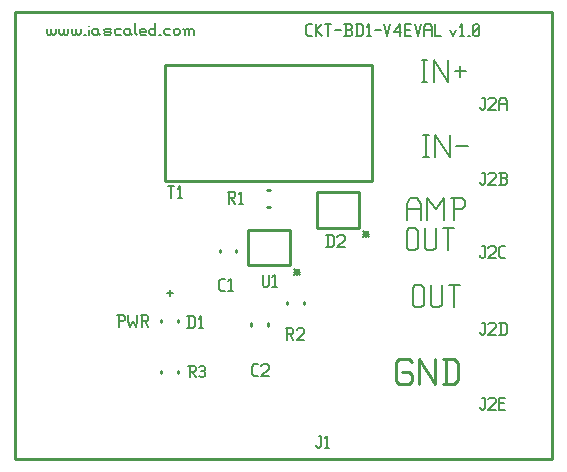
<source format=gbr>
G04 start of page 8 for group -4079 idx -4079 *
G04 Title: (unknown), topsilk *
G04 Creator: pcb 4.0.2 *
G04 CreationDate: Mon Aug 16 01:28:39 2021 UTC *
G04 For: ndholmes *
G04 Format: Gerber/RS-274X *
G04 PCB-Dimensions (mil): 1800.00 1500.00 *
G04 PCB-Coordinate-Origin: lower left *
%MOIN*%
%FSLAX25Y25*%
%LNTOPSILK*%
%ADD40C,0.0084*%
%ADD39C,0.0080*%
%ADD38C,0.0100*%
G54D38*X179500Y500D02*X500D01*
Y149500D01*
X179500D01*
Y500D01*
G54D39*X116500Y76500D02*X118500Y74500D01*
X116500D02*X118500Y76500D01*
X116500Y75500D02*X118500D01*
X117500Y76500D02*Y74500D01*
X93500Y64000D02*X95500Y62000D01*
X93500D02*X95500Y64000D01*
X93500Y63000D02*X95500D01*
X94500Y64000D02*Y62000D01*
X136500Y108620D02*X138380D01*
X137440D02*Y101100D01*
X136500D02*X138380D01*
X140636Y108620D02*Y101100D01*
Y108620D02*X145336Y101100D01*
Y108620D02*Y101100D01*
X147592Y104860D02*X151352D01*
X131000Y85740D02*Y80100D01*
Y85740D02*X132316Y87620D01*
X134384D01*
X135700Y85740D01*
Y80100D01*
X131000Y83860D02*X135700D01*
X137956Y87620D02*Y80100D01*
Y87620D02*X140776Y83860D01*
X143596Y87620D01*
Y80100D01*
X146792Y87620D02*Y80100D01*
X145852Y87620D02*X149612D01*
X150552Y86680D01*
Y84800D01*
X149612Y83860D02*X150552Y84800D01*
X146792Y83860D02*X149612D01*
X131000Y76680D02*Y71040D01*
Y76680D02*X131940Y77620D01*
X133820D01*
X134760Y76680D01*
Y71040D01*
X133820Y70100D02*X134760Y71040D01*
X131940Y70100D02*X133820D01*
X131000Y71040D02*X131940Y70100D01*
X137016Y77620D02*Y71040D01*
X137956Y70100D01*
X139836D01*
X140776Y71040D01*
Y77620D02*Y71040D01*
X143032Y77620D02*X146792D01*
X144912D02*Y70100D01*
X11000Y144000D02*Y142500D01*
X11500Y142000D01*
X12000D01*
X12500Y142500D01*
Y144000D02*Y142500D01*
X13000Y142000D01*
X13500D01*
X14000Y142500D01*
Y144000D02*Y142500D01*
X15200Y144000D02*Y142500D01*
X15700Y142000D01*
X16200D01*
X16700Y142500D01*
Y144000D02*Y142500D01*
X17200Y142000D01*
X17700D01*
X18200Y142500D01*
Y144000D02*Y142500D01*
X19400Y144000D02*Y142500D01*
X19900Y142000D01*
X20400D01*
X20900Y142500D01*
Y144000D02*Y142500D01*
X21400Y142000D01*
X21900D01*
X22400Y142500D01*
Y144000D02*Y142500D01*
X23600Y142000D02*X24100D01*
X25300Y145000D02*Y144900D01*
Y143500D02*Y142000D01*
X27800Y144000D02*X28300Y143500D01*
X26800Y144000D02*X27800D01*
X26300Y143500D02*X26800Y144000D01*
X26300Y143500D02*Y142500D01*
X26800Y142000D01*
X28300Y144000D02*Y142500D01*
X28800Y142000D01*
X26800D02*X27800D01*
X28300Y142500D01*
X30500Y142000D02*X32000D01*
X32500Y142500D01*
X32000Y143000D02*X32500Y142500D01*
X30500Y143000D02*X32000D01*
X30000Y143500D02*X30500Y143000D01*
X30000Y143500D02*X30500Y144000D01*
X32000D01*
X32500Y143500D01*
X30000Y142500D02*X30500Y142000D01*
X34200Y144000D02*X35700D01*
X33700Y143500D02*X34200Y144000D01*
X33700Y143500D02*Y142500D01*
X34200Y142000D01*
X35700D01*
X38400Y144000D02*X38900Y143500D01*
X37400Y144000D02*X38400D01*
X36900Y143500D02*X37400Y144000D01*
X36900Y143500D02*Y142500D01*
X37400Y142000D01*
X38900Y144000D02*Y142500D01*
X39400Y142000D01*
X37400D02*X38400D01*
X38900Y142500D01*
X40600Y146000D02*Y142500D01*
X41100Y142000D01*
X42600D02*X44100D01*
X42100Y142500D02*X42600Y142000D01*
X42100Y143500D02*Y142500D01*
Y143500D02*X42600Y144000D01*
X43600D01*
X44100Y143500D01*
X42100Y143000D02*X44100D01*
Y143500D02*Y143000D01*
X47300Y146000D02*Y142000D01*
X46800D02*X47300Y142500D01*
X45800Y142000D02*X46800D01*
X45300Y142500D02*X45800Y142000D01*
X45300Y143500D02*Y142500D01*
Y143500D02*X45800Y144000D01*
X46800D01*
X47300Y143500D01*
X48500Y142000D02*X49000D01*
X50700Y144000D02*X52200D01*
X50200Y143500D02*X50700Y144000D01*
X50200Y143500D02*Y142500D01*
X50700Y142000D01*
X52200D01*
X53400Y143500D02*Y142500D01*
Y143500D02*X53900Y144000D01*
X54900D01*
X55400Y143500D01*
Y142500D01*
X54900Y142000D02*X55400Y142500D01*
X53900Y142000D02*X54900D01*
X53400Y142500D02*X53900Y142000D01*
X57100Y143500D02*Y142000D01*
Y143500D02*X57600Y144000D01*
X58100D01*
X58600Y143500D01*
Y142000D01*
Y143500D02*X59100Y144000D01*
X59600D01*
X60100Y143500D01*
Y142000D01*
X56600Y144000D02*X57100Y143500D01*
X51000Y56000D02*X53000D01*
X52000Y57000D02*Y55000D01*
X35000Y48500D02*Y44500D01*
X34500Y48500D02*X36500D01*
X37000Y48000D01*
Y47000D01*
X36500Y46500D02*X37000Y47000D01*
X35000Y46500D02*X36500D01*
X38200Y48500D02*Y46500D01*
X38700Y44500D01*
X39700Y46500D01*
X40700Y44500D01*
X41200Y46500D01*
Y48500D02*Y46500D01*
X42400Y48500D02*X44400D01*
X44900Y48000D01*
Y47000D01*
X44400Y46500D02*X44900Y47000D01*
X42900Y46500D02*X44400D01*
X42900Y48500D02*Y44500D01*
X43700Y46500D02*X44900Y44500D01*
X98200Y141500D02*X99500D01*
X97500Y142200D02*X98200Y141500D01*
X97500Y144800D02*Y142200D01*
Y144800D02*X98200Y145500D01*
X99500D01*
X100700D02*Y141500D01*
Y143500D02*X102700Y145500D01*
X100700Y143500D02*X102700Y141500D01*
X103900Y145500D02*X105900D01*
X104900D02*Y141500D01*
X107100Y143500D02*X109100D01*
X110300Y141500D02*X112300D01*
X112800Y142000D01*
Y143200D02*Y142000D01*
X112300Y143700D02*X112800Y143200D01*
X110800Y143700D02*X112300D01*
X110800Y145500D02*Y141500D01*
X110300Y145500D02*X112300D01*
X112800Y145000D01*
Y144200D01*
X112300Y143700D02*X112800Y144200D01*
X114500Y145500D02*Y141500D01*
X115800Y145500D02*X116500Y144800D01*
Y142200D01*
X115800Y141500D02*X116500Y142200D01*
X114000Y141500D02*X115800D01*
X114000Y145500D02*X115800D01*
X117700Y144700D02*X118500Y145500D01*
Y141500D01*
X117700D02*X119200D01*
X120400Y143500D02*X122400D01*
X123600Y145500D02*X124600Y141500D01*
X125600Y145500D01*
X126800Y143000D02*X128800Y145500D01*
X126800Y143000D02*X129300D01*
X128800Y145500D02*Y141500D01*
X130500Y143700D02*X132000D01*
X130500Y141500D02*X132500D01*
X130500Y145500D02*Y141500D01*
Y145500D02*X132500D01*
X133700D02*X134700Y141500D01*
X135700Y145500D01*
X136900Y144500D02*Y141500D01*
Y144500D02*X137600Y145500D01*
X138700D01*
X139400Y144500D01*
Y141500D01*
X136900Y143500D02*X139400D01*
X140600Y145500D02*Y141500D01*
X142600D01*
X145600Y143500D02*X146600Y141500D01*
X147600Y143500D02*X146600Y141500D01*
X148800Y144700D02*X149600Y145500D01*
Y141500D01*
X148800D02*X150300D01*
X151500D02*X152000D01*
X153200Y142000D02*X153700Y141500D01*
X153200Y145000D02*Y142000D01*
Y145000D02*X153700Y145500D01*
X154700D01*
X155200Y145000D01*
Y142000D01*
X154700Y141500D02*X155200Y142000D01*
X153700Y141500D02*X154700D01*
X153200Y142500D02*X155200Y144500D01*
X136000Y133620D02*X137880D01*
X136940D02*Y126100D01*
X136000D02*X137880D01*
X140136Y133620D02*Y126100D01*
Y133620D02*X144836Y126100D01*
Y133620D02*Y126100D01*
X147092Y129860D02*X150852D01*
X148972Y131740D02*Y127980D01*
X133000Y57680D02*Y52040D01*
Y57680D02*X133940Y58620D01*
X135820D01*
X136760Y57680D01*
Y52040D01*
X135820Y51100D02*X136760Y52040D01*
X133940Y51100D02*X135820D01*
X133000Y52040D02*X133940Y51100D01*
X139016Y58620D02*Y52040D01*
X139956Y51100D01*
X141836D01*
X142776Y52040D01*
Y58620D02*Y52040D01*
X145032Y58620D02*X148792D01*
X146912D02*Y51100D01*
G54D40*X131700Y33900D02*X132750Y32850D01*
X128550Y33900D02*X131700D01*
X127500Y32850D02*X128550Y33900D01*
X127500Y32850D02*Y26550D01*
X128550Y25500D01*
X131700D01*
X132750Y26550D01*
Y28650D02*Y26550D01*
X131700Y29700D02*X132750Y28650D01*
X129600Y29700D02*X131700D01*
X135270Y33900D02*Y25500D01*
Y33900D02*X140520Y25500D01*
Y33900D02*Y25500D01*
X144090Y33900D02*Y25500D01*
X146820Y33900D02*X148290Y32430D01*
Y26970D01*
X146820Y25500D02*X148290Y26970D01*
X143040Y25500D02*X146820D01*
X143040Y33900D02*X146820D01*
G54D38*X68745Y70350D02*Y69564D01*
X74255Y70350D02*Y69564D01*
X84755Y45850D02*Y45064D01*
X79245Y45850D02*Y45064D01*
X49245Y29893D02*Y29107D01*
X54755Y29893D02*Y29107D01*
X96755Y52936D02*Y52150D01*
X91245Y52936D02*Y52150D01*
X49245Y46936D02*Y46150D01*
X54755Y46936D02*Y46150D01*
X50500Y93250D02*X119500D01*
X50500Y131750D02*X119500D01*
Y93250D01*
X50500Y131750D02*Y93250D01*
X78100Y77000D02*X92000D01*
X78100D02*Y65200D01*
X92000D01*
Y77000D02*Y65200D01*
X101200Y77700D02*X115100D01*
Y89500D02*Y77700D01*
X101200Y89500D02*X115100D01*
X101200D02*Y77700D01*
X84607Y90255D02*X85393D01*
X84607Y84745D02*X85393D01*
G54D39*X69093Y56650D02*X70393D01*
X68393Y57350D02*X69093Y56650D01*
X68393Y59950D02*Y57350D01*
Y59950D02*X69093Y60650D01*
X70393D01*
X71593Y59850D02*X72393Y60650D01*
Y56650D01*
X71593D02*X73093D01*
X80050Y28107D02*X81350D01*
X79350Y28807D02*X80050Y28107D01*
X79350Y31407D02*Y28807D01*
Y31407D02*X80050Y32107D01*
X81350D01*
X82550Y31607D02*X83050Y32107D01*
X84550D01*
X85050Y31607D01*
Y30607D01*
X82550Y28107D02*X85050Y30607D01*
X82550Y28107D02*X85050D01*
X58221Y31670D02*X60181D01*
X60671Y31180D01*
Y30200D01*
X60181Y29710D02*X60671Y30200D01*
X58711Y29710D02*X60181D01*
X58711Y31670D02*Y27750D01*
X59495Y29710D02*X60671Y27750D01*
X61847Y31180D02*X62337Y31670D01*
X63317D01*
X63807Y31180D01*
X63317Y27750D02*X63807Y28240D01*
X62337Y27750D02*X63317D01*
X61847Y28240D02*X62337Y27750D01*
Y29906D02*X63317D01*
X63807Y31180D02*Y30396D01*
Y29416D02*Y28240D01*
Y29416D02*X63317Y29906D01*
X63807Y30396D02*X63317Y29906D01*
X101676Y8256D02*X102476D01*
Y4756D01*
X101976Y4256D02*X102476Y4756D01*
X101476Y4256D02*X101976D01*
X100976Y4756D02*X101476Y4256D01*
X100976Y5256D02*Y4756D01*
X103676Y7456D02*X104476Y8256D01*
Y4256D01*
X103676D02*X105176D01*
X90764Y44150D02*X92764D01*
X93264Y43650D01*
Y42650D01*
X92764Y42150D02*X93264Y42650D01*
X91264Y42150D02*X92764D01*
X91264Y44150D02*Y40150D01*
X92064Y42150D02*X93264Y40150D01*
X94464Y43650D02*X94964Y44150D01*
X96464D01*
X96964Y43650D01*
Y42650D01*
X94464Y40150D02*X96964Y42650D01*
X94464Y40150D02*X96964D01*
X83000Y62000D02*Y58500D01*
X83500Y58000D01*
X84500D01*
X85000Y58500D01*
Y62000D02*Y58500D01*
X86200Y61200D02*X87000Y62000D01*
Y58000D01*
X86200D02*X87700D01*
X51500Y91500D02*X53500D01*
X52500D02*Y87500D01*
X54700Y90700D02*X55500Y91500D01*
Y87500D01*
X54700D02*X56200D01*
X104700Y75200D02*Y71200D01*
X106000Y75200D02*X106700Y74500D01*
Y71900D01*
X106000Y71200D02*X106700Y71900D01*
X104200Y71200D02*X106000D01*
X104200Y75200D02*X106000D01*
X107900Y74700D02*X108400Y75200D01*
X109900D01*
X110400Y74700D01*
Y73700D01*
X107900Y71200D02*X110400Y73700D01*
X107900Y71200D02*X110400D01*
X58479Y48150D02*Y44150D01*
X59779Y48150D02*X60479Y47450D01*
Y44850D01*
X59779Y44150D02*X60479Y44850D01*
X57979Y44150D02*X59779D01*
X57979Y48150D02*X59779D01*
X61679Y47350D02*X62479Y48150D01*
Y44150D01*
X61679D02*X63179D01*
X71350Y89650D02*X73350D01*
X73850Y89150D01*
Y88150D01*
X73350Y87650D02*X73850Y88150D01*
X71850Y87650D02*X73350D01*
X71850Y89650D02*Y85650D01*
X72650Y87650D02*X73850Y85650D01*
X75050Y88850D02*X75850Y89650D01*
Y85650D01*
X75050D02*X76550D01*
X156200Y71500D02*X157000D01*
Y68000D01*
X156500Y67500D02*X157000Y68000D01*
X156000Y67500D02*X156500D01*
X155500Y68000D02*X156000Y67500D01*
X155500Y68500D02*Y68000D01*
X158200Y71000D02*X158700Y71500D01*
X160200D01*
X160700Y71000D01*
Y70000D01*
X158200Y67500D02*X160700Y70000D01*
X158200Y67500D02*X160700D01*
X162600D02*X163900D01*
X161900Y68200D02*X162600Y67500D01*
X161900Y70800D02*Y68200D01*
Y70800D02*X162600Y71500D01*
X163900D01*
X156200Y21000D02*X157000D01*
Y17500D01*
X156500Y17000D02*X157000Y17500D01*
X156000Y17000D02*X156500D01*
X155500Y17500D02*X156000Y17000D01*
X155500Y18000D02*Y17500D01*
X158200Y20500D02*X158700Y21000D01*
X160200D01*
X160700Y20500D01*
Y19500D01*
X158200Y17000D02*X160700Y19500D01*
X158200Y17000D02*X160700D01*
X161900Y19200D02*X163400D01*
X161900Y17000D02*X163900D01*
X161900Y21000D02*Y17000D01*
Y21000D02*X163900D01*
X156200Y46000D02*X157000D01*
Y42500D01*
X156500Y42000D02*X157000Y42500D01*
X156000Y42000D02*X156500D01*
X155500Y42500D02*X156000Y42000D01*
X155500Y43000D02*Y42500D01*
X158200Y45500D02*X158700Y46000D01*
X160200D01*
X160700Y45500D01*
Y44500D01*
X158200Y42000D02*X160700Y44500D01*
X158200Y42000D02*X160700D01*
X162400Y46000D02*Y42000D01*
X163700Y46000D02*X164400Y45300D01*
Y42700D01*
X163700Y42000D02*X164400Y42700D01*
X161900Y42000D02*X163700D01*
X161900Y46000D02*X163700D01*
X156200Y96000D02*X157000D01*
Y92500D01*
X156500Y92000D02*X157000Y92500D01*
X156000Y92000D02*X156500D01*
X155500Y92500D02*X156000Y92000D01*
X155500Y93000D02*Y92500D01*
X158200Y95500D02*X158700Y96000D01*
X160200D01*
X160700Y95500D01*
Y94500D01*
X158200Y92000D02*X160700Y94500D01*
X158200Y92000D02*X160700D01*
X161900D02*X163900D01*
X164400Y92500D01*
Y93700D02*Y92500D01*
X163900Y94200D02*X164400Y93700D01*
X162400Y94200D02*X163900D01*
X162400Y96000D02*Y92000D01*
X161900Y96000D02*X163900D01*
X164400Y95500D01*
Y94700D01*
X163900Y94200D02*X164400Y94700D01*
X156200Y121000D02*X157000D01*
Y117500D01*
X156500Y117000D02*X157000Y117500D01*
X156000Y117000D02*X156500D01*
X155500Y117500D02*X156000Y117000D01*
X155500Y118000D02*Y117500D01*
X158200Y120500D02*X158700Y121000D01*
X160200D01*
X160700Y120500D01*
Y119500D01*
X158200Y117000D02*X160700Y119500D01*
X158200Y117000D02*X160700D01*
X161900Y120000D02*Y117000D01*
Y120000D02*X162600Y121000D01*
X163700D01*
X164400Y120000D01*
Y117000D01*
X161900Y119000D02*X164400D01*
M02*

</source>
